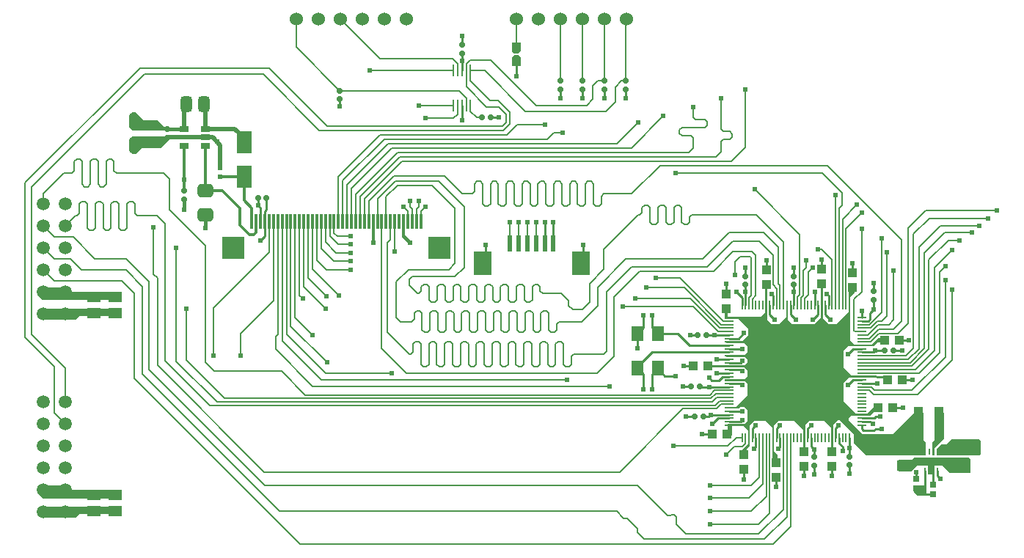
<source format=gbl>
G04 Layer_Physical_Order=4*
G04 Layer_Color=16711680*
%FSLAX24Y24*%
%MOIN*%
G70*
G01*
G75*
%ADD10C,0.0060*%
%ADD11C,0.0150*%
%ADD12C,0.0591*%
%ADD13C,0.0600*%
%ADD14C,0.0240*%
%ADD21R,0.0394X0.0433*%
G04:AMPARAMS|DCode=22|XSize=25.6mil|YSize=23.6mil|CornerRadius=5.9mil|HoleSize=0mil|Usage=FLASHONLY|Rotation=0.000|XOffset=0mil|YOffset=0mil|HoleType=Round|Shape=RoundedRectangle|*
%AMROUNDEDRECTD22*
21,1,0.0256,0.0118,0,0,0.0*
21,1,0.0138,0.0236,0,0,0.0*
1,1,0.0118,0.0069,-0.0059*
1,1,0.0118,-0.0069,-0.0059*
1,1,0.0118,-0.0069,0.0059*
1,1,0.0118,0.0069,0.0059*
%
%ADD22ROUNDEDRECTD22*%
%ADD23R,0.0256X0.0295*%
%ADD24R,0.0591X0.0512*%
G04:AMPARAMS|DCode=25|XSize=25.6mil|YSize=23.6mil|CornerRadius=5.9mil|HoleSize=0mil|Usage=FLASHONLY|Rotation=90.000|XOffset=0mil|YOffset=0mil|HoleType=Round|Shape=RoundedRectangle|*
%AMROUNDEDRECTD25*
21,1,0.0256,0.0118,0,0,90.0*
21,1,0.0138,0.0236,0,0,90.0*
1,1,0.0118,0.0059,0.0069*
1,1,0.0118,0.0059,-0.0069*
1,1,0.0118,-0.0059,-0.0069*
1,1,0.0118,-0.0059,0.0069*
%
%ADD25ROUNDEDRECTD25*%
%ADD26R,0.0197X0.0236*%
%ADD27R,0.0236X0.0197*%
%ADD28R,0.0669X0.0984*%
%ADD29R,0.0138X0.0709*%
%ADD30R,0.0126X0.0709*%
%ADD31R,0.0433X0.1260*%
%ADD32R,0.0097X0.0433*%
%ADD33R,0.0433X0.0097*%
%ADD34R,0.0433X0.0097*%
%ADD35R,0.0433X0.0256*%
%ADD36R,0.0236X0.0748*%
%ADD37R,0.0827X0.1102*%
%ADD38R,0.0098X0.0315*%
%ADD39R,0.0984X0.0354*%
%ADD40R,0.0551X0.0709*%
G04:AMPARAMS|DCode=41|XSize=70.9mil|YSize=51.2mil|CornerRadius=12.8mil|HoleSize=0mil|Usage=FLASHONLY|Rotation=270.000|XOffset=0mil|YOffset=0mil|HoleType=Round|Shape=RoundedRectangle|*
%AMROUNDEDRECTD41*
21,1,0.0709,0.0256,0,0,270.0*
21,1,0.0453,0.0512,0,0,270.0*
1,1,0.0256,-0.0128,-0.0226*
1,1,0.0256,-0.0128,0.0226*
1,1,0.0256,0.0128,0.0226*
1,1,0.0256,0.0128,-0.0226*
%
%ADD41ROUNDEDRECTD41*%
%ADD42O,0.0098X0.0571*%
%ADD43R,0.0433X0.0394*%
G04:AMPARAMS|DCode=44|XSize=70.9mil|YSize=63mil|CornerRadius=15.7mil|HoleSize=0mil|Usage=FLASHONLY|Rotation=180.000|XOffset=0mil|YOffset=0mil|HoleType=Round|Shape=RoundedRectangle|*
%AMROUNDEDRECTD44*
21,1,0.0709,0.0315,0,0,180.0*
21,1,0.0394,0.0630,0,0,180.0*
1,1,0.0315,-0.0197,0.0157*
1,1,0.0315,0.0197,0.0157*
1,1,0.0315,0.0197,-0.0157*
1,1,0.0315,-0.0197,-0.0157*
%
%ADD44ROUNDEDRECTD44*%
%ADD45C,0.0200*%
%ADD46C,0.0120*%
%ADD47C,0.0100*%
%ADD48C,0.0140*%
G36*
X42445Y6936D02*
X42005Y6496D01*
X42005Y6186D01*
X41905Y6186D01*
X41905Y6786D01*
X42015Y6896D01*
X42015Y8126D01*
X42445Y8126D01*
X42445Y6936D01*
X42445Y6936D02*
G37*
G36*
X44105Y6846D02*
X44105Y6246D01*
X44045Y6186D01*
X42105Y6186D01*
X42105Y6496D01*
X42305Y6696D01*
X42575Y6696D01*
X42785Y6906D01*
X44045Y6906D01*
X44105Y6846D01*
X44105Y6846D02*
G37*
G36*
X38377Y13559D02*
X38188Y13370D01*
X38188Y11417D01*
X38377Y11228D01*
X39148Y11228D01*
X39432Y11512D01*
X39732Y11512D01*
X39732Y11323D01*
X39423Y11323D01*
X39234Y11134D01*
X38062Y11134D01*
X37873Y10945D01*
X37873Y10189D01*
X38251Y9811D01*
X39370Y9811D01*
X39370Y9717D01*
X38094Y9717D01*
X37873Y9496D01*
X37873Y8646D01*
X38440Y8079D01*
X38944Y8079D01*
X39291Y8425D01*
X39354Y8425D01*
X39354Y8241D01*
X39327Y8241D01*
X39070Y7984D01*
X38220Y7984D01*
X38125Y7890D01*
X38125Y7795D01*
X38755Y7165D01*
X40125Y7165D01*
X41065Y8106D01*
X41495Y8106D01*
X41495Y6896D01*
X41605Y6786D01*
X41605Y6186D01*
X38905Y6186D01*
X38346Y6745D01*
X38346Y7165D01*
X37716Y7795D01*
X37621Y7795D01*
X37401Y7575D01*
X37401Y6220D01*
X37306Y6220D01*
X37306Y7449D01*
X36991Y7764D01*
X36314Y7764D01*
X36141Y7591D01*
X36141Y6220D01*
X36046Y6220D01*
X36046Y7354D01*
X35637Y7764D01*
X34944Y7764D01*
X34724Y7543D01*
X34724Y6378D01*
X34881Y6220D01*
X34881Y5980D01*
X34629Y5980D01*
X34629Y7449D01*
X34346Y7732D01*
X33810Y7732D01*
X33621Y7543D01*
X33621Y6630D01*
X33464Y6472D01*
X33464Y6283D01*
X33243Y6283D01*
X33243Y6409D01*
X33527Y6693D01*
X33527Y7323D01*
X33338Y7512D01*
X32802Y7512D01*
X32802Y7071D01*
X32613Y7071D01*
X32613Y7606D01*
X32688Y7606D01*
X33369Y7606D01*
X33495Y7732D01*
X33495Y8236D01*
X33361Y8370D01*
X33188Y8370D01*
X33117Y8299D01*
X32550Y8299D01*
X32550Y8394D01*
X32991Y8394D01*
X33495Y8898D01*
X33495Y9433D01*
X33369Y9559D01*
X32487Y9559D01*
X32487Y9654D01*
X33369Y9654D01*
X33495Y9780D01*
X33495Y10063D01*
X33369Y10189D01*
X31794Y10189D01*
X31794Y10283D01*
X33369Y10283D01*
X33495Y10409D01*
X33495Y10535D01*
X33369Y10661D01*
X32550Y10661D01*
X32550Y10756D01*
X33369Y10756D01*
X33495Y10882D01*
X33495Y11165D01*
X33369Y11291D01*
X32550Y11291D01*
X32550Y11386D01*
X33275Y11386D01*
X33527Y11638D01*
X33527Y11953D01*
X33086Y12394D01*
X32460Y12394D01*
X32460Y12750D01*
X32600Y12750D01*
X32600Y12488D01*
X34125Y12488D01*
X34314Y12677D01*
X34314Y13937D01*
X34409Y13937D01*
X34409Y12331D01*
X34598Y12142D01*
X34944Y12142D01*
X35259Y12457D01*
X35259Y13150D01*
X35354Y13150D01*
X35354Y12331D01*
X35543Y12142D01*
X36551Y12142D01*
X36834Y12425D01*
X36834Y13898D01*
X36928Y13898D01*
X36928Y12425D01*
X37212Y12142D01*
X37558Y12142D01*
X38094Y12677D01*
X38094Y13622D01*
X38188Y13717D01*
X38188Y13942D01*
X38377Y13942D01*
X38377Y13559D01*
X38377Y13559D02*
G37*
G36*
X43655Y6006D02*
X43655Y5426D01*
X43615Y5386D01*
X42695Y5386D01*
X42345Y5736D01*
X42335Y5726D01*
X42005Y5726D01*
X42005Y5316D01*
X41715Y5316D01*
X41715Y5726D01*
X41225Y5726D01*
X40955Y5456D01*
X40375Y5456D01*
X40375Y5966D01*
X40975Y5966D01*
X41095Y6086D01*
X43575Y6086D01*
X43655Y6006D01*
X43655Y6006D02*
G37*
G36*
X4921Y3500D02*
X3140Y3500D01*
X2990Y3350D01*
X1450Y3350D01*
X1450Y3840D01*
X4914Y3840D01*
X4921Y3847D01*
X4921Y3500D01*
X4921Y3500D02*
G37*
G36*
X2807Y4603D02*
X4921Y4603D01*
X4921Y4225D01*
X1475Y4225D01*
X1230Y4470D01*
X1230Y4670D01*
X1380Y4820D01*
X2590Y4820D01*
X2807Y4603D01*
X2807Y4603D02*
G37*
G36*
X41615Y4356D02*
X41235Y4356D01*
X41065Y4526D01*
X41065Y4806D01*
X41615Y4806D01*
X41615Y4356D01*
X41615Y4356D02*
G37*
G36*
X4921Y12510D02*
X3140Y12510D01*
X2990Y12360D01*
X1450Y12360D01*
X1450Y12850D01*
X4914Y12850D01*
X4921Y12857D01*
X4921Y12510D01*
X4921Y12510D02*
G37*
G36*
X6062Y21423D02*
X6692Y21423D01*
X7007Y21108D01*
X7133Y21108D01*
X7133Y20950D01*
X5558Y20950D01*
X5401Y21108D01*
X5401Y21612D01*
X5558Y21769D01*
X5716Y21769D01*
X6062Y21423D01*
X6062Y21423D02*
G37*
G36*
X23190Y24295D02*
X22810Y24295D01*
X22900Y24385D01*
X23100Y24385D01*
X23190Y24295D01*
X23190Y24295D02*
G37*
G36*
X23100Y24445D02*
X22900Y24445D01*
X22810Y24535D01*
X23190Y24535D01*
X23100Y24445D01*
X23100Y24445D02*
G37*
G36*
X7228Y20541D02*
X6850Y20163D01*
X5999Y20163D01*
X5716Y19879D01*
X5558Y19879D01*
X5401Y20037D01*
X5401Y20509D01*
X5558Y20667D01*
X6629Y20667D01*
X6661Y20698D01*
X7228Y20698D01*
X7228Y20541D01*
X7228Y20541D02*
G37*
G36*
X2807Y13613D02*
X4921Y13613D01*
X4921Y13235D01*
X1475Y13235D01*
X1230Y13480D01*
X1230Y13680D01*
X1380Y13830D01*
X2590Y13830D01*
X2807Y13613D01*
X2807Y13613D02*
G37*
G36*
X10631Y15119D02*
X9647Y15119D01*
X9647Y16104D01*
X10631Y16104D01*
X10631Y15119D01*
X10631Y15119D02*
G37*
G36*
X20001Y15119D02*
X19017Y15119D01*
X19017Y16104D01*
X20001Y16104D01*
X20001Y15119D01*
X20001Y15119D02*
G37*
D10*
X5090Y14100D02*
X5640Y13550D01*
X2000Y14100D02*
X5090Y14100D01*
X1500Y14600D02*
X2000Y14100D01*
X17800Y19550D02*
X32770Y19550D01*
X16103Y17853D02*
X17800Y19550D01*
X16103Y16812D02*
X16103Y17853D01*
X20140Y21500D02*
X20333Y21693D01*
X18814Y21500D02*
X20140Y21500D01*
X33830Y18270D02*
X35889Y16211D01*
X17350Y20150D02*
X28230Y20150D01*
X15513Y18313D02*
X17350Y20150D01*
X17170Y20350D02*
X27590Y20350D01*
X15316Y18496D02*
X17170Y20350D01*
X17000Y20550D02*
X24410Y20550D01*
X15119Y18669D02*
X17000Y20550D01*
X14922Y18847D02*
X16825Y20750D01*
X22410Y20950D02*
X22710Y21250D01*
X14050Y20950D02*
X22410Y20950D01*
X11500Y23500D02*
X14050Y20950D01*
X22360Y21150D02*
X22540Y21330D01*
X14400Y21150D02*
X22360Y21150D01*
X11760Y23790D02*
X14400Y21150D01*
X22710Y21250D02*
X22710Y21790D01*
X22170Y22330D02*
X22710Y21790D01*
X21810Y22330D02*
X22170Y22330D01*
X40821Y10551D02*
X41300Y11030D01*
X38712Y10551D02*
X40821Y10551D01*
X40895Y10394D02*
X41550Y11048D01*
X38712Y10394D02*
X40895Y10394D01*
X40986Y10236D02*
X41750Y11000D01*
X38712Y10236D02*
X40986Y10236D01*
X41129Y10079D02*
X42000Y10950D01*
X38712Y10079D02*
X41129Y10079D01*
X39290Y9140D02*
X40990Y9140D01*
X39139Y9291D02*
X39290Y9140D01*
X38712Y9291D02*
X39139Y9291D01*
X39230Y8950D02*
X41250Y8950D01*
X39046Y9134D02*
X39230Y8950D01*
X38712Y9134D02*
X39046Y9134D01*
X40150Y12340D02*
X40150Y14598D01*
X39930Y12120D02*
X40150Y12340D01*
X40329Y11709D02*
X40810Y12190D01*
X39850Y12500D02*
X39850Y15400D01*
X39620Y12270D02*
X39850Y12500D01*
X39458Y12120D02*
X39930Y12120D01*
X39488Y11709D02*
X40329Y11709D01*
X38991Y11654D02*
X39458Y12120D01*
X39117Y11339D02*
X39488Y11709D01*
X30442Y14250D02*
X32409Y12283D01*
X29350Y14250D02*
X30442Y14250D01*
X30640Y13800D02*
X32314Y12126D01*
X28900Y13800D02*
X30640Y13800D01*
X33417Y6709D02*
X33417Y6988D01*
X33279Y6571D02*
X33417Y6709D01*
X32921Y6571D02*
X33279Y6571D01*
X32677Y11170D02*
X32688Y11181D01*
X11773Y15413D02*
X11773Y16812D01*
X11969Y13219D02*
X11969Y16812D01*
X12560Y11670D02*
X12560Y16812D01*
X12757Y12053D02*
X12757Y16812D01*
X13151Y13449D02*
X13151Y16812D01*
X13347Y13853D02*
X14350Y12850D01*
X13347Y13853D02*
X13347Y16812D01*
X13544Y14256D02*
X14380Y13420D01*
X13544Y14256D02*
X13544Y16812D01*
X13741Y14659D02*
X14950Y13450D01*
X13741Y14659D02*
X13741Y16812D01*
X13938Y15062D02*
X14370Y14630D01*
X13938Y15062D02*
X13938Y16812D01*
X41321Y9921D02*
X42250Y10850D01*
X38712Y9921D02*
X41321Y9921D01*
X42500Y10650D02*
X42500Y14150D01*
X40990Y9140D02*
X42500Y10650D01*
X42800Y10500D02*
X42800Y13700D01*
X41250Y8950D02*
X42800Y10500D01*
X14922Y16812D02*
X14922Y18847D01*
X15119Y16812D02*
X15119Y18669D01*
X15316Y16812D02*
X15316Y18496D01*
X15513Y16812D02*
X15513Y18313D01*
X17481Y15448D02*
X17481Y16812D01*
X35889Y13496D02*
X35889Y16211D01*
X33180Y15230D02*
X33620Y15230D01*
X28400Y13300D02*
X30920Y13300D01*
X32251Y11968D01*
X27850Y12950D02*
X31049Y12950D01*
X37668Y17419D02*
X37800Y17550D01*
X37826Y13012D02*
X37826Y16926D01*
X37983Y16483D02*
X38700Y17200D01*
X38700Y13630D02*
X38700Y16490D01*
X38346Y13276D02*
X38700Y13630D01*
X31049Y12950D02*
X32188Y11811D01*
X33620Y15230D02*
X33684Y15166D01*
X33684Y13465D02*
X33684Y15166D01*
X33574Y13354D02*
X33684Y13465D01*
X31800Y3050D02*
X34018Y3050D01*
X34519Y3551D01*
X34519Y6988D01*
X35464Y2954D02*
X35464Y6988D01*
X34660Y2150D02*
X35464Y2954D01*
X31800Y3650D02*
X33681Y3650D01*
X34361Y4331D01*
X31800Y4250D02*
X33572Y4250D01*
X34204Y4882D01*
X32550Y6200D02*
X32921Y6571D01*
X32062Y8976D02*
X32688Y8976D01*
X31857Y8772D02*
X32062Y8976D01*
X32125Y8819D02*
X32688Y8819D01*
X31920Y8614D02*
X32125Y8819D01*
X37511Y13012D02*
X37511Y18000D01*
X37668Y13012D02*
X37668Y17419D01*
X37983Y13012D02*
X37983Y16483D01*
X40724Y10709D02*
X41054Y11039D01*
X34204Y4882D02*
X34204Y6988D01*
X36172Y14724D02*
X36172Y15039D01*
X36046Y14598D02*
X36172Y14724D01*
X36046Y13465D02*
X36046Y14598D01*
X36267Y14504D02*
X36487Y14724D01*
X36267Y13496D02*
X36267Y14504D01*
X36094Y13323D02*
X36267Y13496D01*
X34361Y4331D02*
X34361Y6988D01*
X32314Y8504D02*
X32688Y8504D01*
X32109Y8299D02*
X32314Y8504D01*
X32409Y12283D02*
X32688Y12283D01*
X32314Y12126D02*
X32688Y12126D01*
X32251Y11968D02*
X32688Y11968D01*
X32188Y11811D02*
X32688Y11811D01*
X33732Y13291D02*
X33873Y13433D01*
X33732Y13012D02*
X33732Y13291D01*
X33574Y13012D02*
X33574Y13354D01*
X36094Y13012D02*
X36094Y13323D01*
X35936Y13354D02*
X36046Y13465D01*
X35936Y13012D02*
X35936Y13354D01*
X35779Y13386D02*
X35889Y13496D01*
X35779Y13012D02*
X35779Y13386D01*
X29452Y11654D02*
X29452Y11717D01*
X28507Y10142D02*
X28507Y10205D01*
X38712Y10709D02*
X40724Y10709D01*
X38712Y11339D02*
X39117Y11339D01*
X38712Y11654D02*
X38991Y11654D01*
X38393Y11811D02*
X38712Y11811D01*
X38346Y11858D02*
X38393Y11811D01*
X38346Y11858D02*
X38346Y13276D01*
X41054Y11039D02*
X41054Y16233D01*
X41300Y11030D02*
X41300Y15640D01*
X41550Y11048D02*
X41550Y15390D01*
X41750Y11000D02*
X41750Y15070D01*
X18072Y16812D02*
X18072Y17274D01*
X17860Y17485D02*
X18072Y17274D01*
X18160Y17475D02*
X18160Y17735D01*
X18160Y17475D02*
X18269Y17367D01*
X18269Y16812D02*
X18269Y17367D01*
X18466Y16812D02*
X18466Y17367D01*
X18574Y17475D01*
X18574Y17735D01*
X27990Y23200D02*
X27990Y25990D01*
X27000Y23200D02*
X27000Y26000D01*
X26000Y23200D02*
X26000Y26000D01*
X25000Y23200D02*
X25000Y26000D01*
X13000Y24750D02*
X13000Y26000D01*
X23000Y24750D02*
X23000Y26000D01*
X18662Y17274D02*
X18874Y17485D01*
X18662Y16812D02*
X18662Y17274D01*
X38712Y11968D02*
X39092Y11968D01*
X39394Y12270D01*
X39620Y12270D01*
X39600Y12676D02*
X39600Y16050D01*
X38712Y12126D02*
X39050Y12126D01*
X39600Y12676D01*
X20924Y21826D02*
X20924Y22073D01*
X20924Y21826D02*
X21200Y21550D01*
X21450Y21550D01*
X20333Y23667D02*
X20333Y23967D01*
X20100Y24200D02*
X20333Y23967D01*
X16800Y24200D02*
X20100Y24200D01*
X15000Y26000D02*
X16800Y24200D01*
X16350Y23667D02*
X20136Y23667D01*
X20333Y21693D02*
X20333Y22073D01*
X18574Y22073D02*
X20136Y22073D01*
X13000Y24750D02*
X14990Y22760D01*
X20395Y22760D01*
X20727Y22428D01*
X20727Y22073D02*
X20727Y22428D01*
X20727Y23667D02*
X20727Y23987D01*
X20900Y24160D01*
X21830Y24160D01*
X23900Y22090D01*
X26210Y22090D01*
X26490Y22370D01*
X26490Y22980D01*
X26710Y23200D01*
X27000Y23200D01*
X20924Y23667D02*
X21583Y23667D01*
X23424Y21826D01*
X27086Y21826D01*
X27500Y22240D01*
X27500Y22920D01*
X27780Y23200D01*
X27990Y23200D01*
X20727Y22933D02*
X20727Y23667D01*
X20727Y22933D02*
X21640Y22020D01*
X22200Y22020D01*
X22540Y21680D01*
X22540Y21330D02*
X22540Y21680D01*
X5900Y23790D02*
X11760Y23790D01*
X20924Y23216D02*
X20924Y23667D01*
X20924Y23216D02*
X21810Y22330D01*
X6100Y23500D02*
X11500Y23500D01*
X680Y11540D02*
X2000Y10220D01*
X680Y11540D02*
X680Y18570D01*
X5900Y23790D01*
X970Y11685D02*
X2500Y10155D01*
X970Y11685D02*
X970Y18370D01*
X6100Y23500D01*
X2000Y8100D02*
X2000Y10220D01*
X2000Y8100D02*
X2500Y7600D01*
X2500Y8600D02*
X2500Y10155D01*
X31800Y4800D02*
X33670Y4800D01*
X34046Y5176D01*
X34046Y6988D01*
X36890Y15550D02*
X37354Y15086D01*
X37354Y13012D02*
X37354Y15086D01*
X33873Y13433D02*
X33873Y15267D01*
X33700Y15440D02*
X33873Y15267D01*
X28610Y14560D02*
X31960Y14560D01*
X32840Y15440D01*
X33700Y15440D01*
X16891Y11039D02*
X16891Y16812D01*
X16891Y11039D02*
X18020Y9910D01*
X27448Y13398D02*
X28610Y14560D01*
X18020Y9910D02*
X26660Y9910D01*
X27448Y10697D01*
X27448Y13398D01*
X33003Y6988D02*
X33259Y6988D01*
X32615Y6600D02*
X33003Y6988D01*
X30130Y6600D02*
X32615Y6600D01*
X32940Y14990D02*
X33180Y15230D01*
X32940Y14380D02*
X32940Y14990D01*
X16694Y16812D02*
X16694Y17844D01*
X17500Y18650D01*
X19480Y18650D01*
X20640Y17490D01*
X20640Y14730D02*
X20640Y17490D01*
X20210Y14300D02*
X20640Y14730D01*
X18280Y14300D02*
X20210Y14300D01*
X18150Y14170D02*
X18280Y14300D01*
X18150Y13910D02*
X18150Y14170D01*
X18150Y13910D02*
X18510Y13550D01*
X18582Y13550D01*
X18690Y13658D01*
X18690Y13842D01*
X18798Y13950D01*
X18942Y13950D01*
X19050Y13842D01*
X19050Y13550D02*
X19050Y13842D01*
X19050Y13258D02*
X19050Y13550D01*
X19050Y13258D02*
X19158Y13150D01*
X19302Y13150D01*
X19410Y13258D01*
X19410Y13550D01*
X19410Y13842D01*
X19518Y13950D01*
X19662Y13950D01*
X19770Y13842D01*
X19770Y13550D02*
X19770Y13842D01*
X19770Y13258D02*
X19770Y13550D01*
X19770Y13258D02*
X19878Y13150D01*
X20022Y13150D01*
X20130Y13258D01*
X20130Y13550D01*
X20130Y13842D01*
X20238Y13950D01*
X20382Y13950D01*
X20490Y13842D01*
X20490Y13550D02*
X20490Y13842D01*
X20490Y13258D02*
X20490Y13550D01*
X20490Y13258D02*
X20598Y13150D01*
X20742Y13150D01*
X20850Y13258D01*
X20850Y13550D01*
X20850Y13842D01*
X20958Y13950D01*
X21102Y13950D01*
X21210Y13842D01*
X21210Y13550D02*
X21210Y13842D01*
X21210Y13258D02*
X21210Y13550D01*
X21210Y13258D02*
X21318Y13150D01*
X21462Y13150D01*
X21570Y13258D01*
X21570Y13550D01*
X21570Y13842D01*
X21678Y13950D01*
X21822Y13950D01*
X21930Y13842D01*
X21930Y13550D02*
X21930Y13842D01*
X21930Y13258D02*
X21930Y13550D01*
X21930Y13258D02*
X22038Y13150D01*
X22182Y13150D01*
X22290Y13258D01*
X22290Y13550D01*
X22290Y13842D01*
X22398Y13950D01*
X22542Y13950D01*
X22650Y13842D01*
X22650Y13550D02*
X22650Y13842D01*
X22650Y13258D02*
X22650Y13550D01*
X22650Y13258D02*
X22758Y13150D01*
X22902Y13150D01*
X23010Y13258D01*
X23010Y13550D01*
X23010Y13842D01*
X23118Y13950D01*
X23262Y13950D01*
X23370Y13842D01*
X23370Y13550D02*
X23370Y13842D01*
X23370Y13258D02*
X23370Y13550D01*
X23370Y13258D02*
X23478Y13150D01*
X23622Y13150D01*
X23730Y13258D01*
X23730Y13550D01*
X23730Y13842D01*
X23838Y13950D01*
X23982Y13950D01*
X24090Y13842D01*
X24090Y13658D02*
X24090Y13842D01*
X24090Y13658D02*
X24198Y13550D01*
X24450Y13550D01*
X24480Y13550D01*
X25040Y13550D01*
X17088Y16812D02*
X17088Y17938D01*
X17610Y18460D01*
X19160Y18460D01*
X20210Y17410D01*
X20210Y14900D02*
X20210Y17410D01*
X19930Y14620D02*
X20210Y14900D01*
X18100Y14620D02*
X19930Y14620D01*
X17550Y14070D02*
X18100Y14620D01*
X17550Y12450D02*
X17550Y14070D01*
X17550Y12450D02*
X17740Y12260D01*
X18180Y12260D01*
X18252Y12260D01*
X18360Y12368D01*
X18360Y12638D01*
X18468Y12746D01*
X18612Y12746D01*
X18720Y12638D01*
X18720Y12260D02*
X18720Y12638D01*
X18720Y11882D02*
X18720Y12260D01*
X18720Y11882D02*
X18828Y11774D01*
X18972Y11774D01*
X19080Y11882D01*
X19080Y12260D01*
X19080Y12638D01*
X19188Y12746D01*
X19332Y12746D01*
X19440Y12638D01*
X19440Y12260D02*
X19440Y12638D01*
X19440Y11882D02*
X19440Y12260D01*
X19440Y11882D02*
X19548Y11774D01*
X19692Y11774D01*
X19800Y11882D01*
X19800Y12260D01*
X19800Y12638D01*
X19908Y12746D01*
X20052Y12746D01*
X20160Y12638D01*
X20160Y12260D02*
X20160Y12638D01*
X20160Y11882D02*
X20160Y12260D01*
X20160Y11882D02*
X20268Y11774D01*
X20412Y11774D01*
X20520Y11882D01*
X20520Y12260D01*
X20520Y12638D01*
X20628Y12746D01*
X20772Y12746D01*
X20880Y12638D01*
X20880Y12260D02*
X20880Y12638D01*
X20880Y11882D02*
X20880Y12260D01*
X20880Y11882D02*
X20988Y11774D01*
X21132Y11774D01*
X21240Y11882D01*
X21240Y12260D01*
X21240Y12638D01*
X21348Y12746D01*
X21492Y12746D01*
X21600Y12638D01*
X21600Y12260D02*
X21600Y12638D01*
X21600Y11882D02*
X21600Y12260D01*
X21600Y11882D02*
X21708Y11774D01*
X21852Y11774D01*
X21960Y11882D01*
X21960Y12260D01*
X21960Y12638D01*
X22068Y12746D01*
X22212Y12746D01*
X22320Y12638D01*
X22320Y12260D02*
X22320Y12638D01*
X22320Y11882D02*
X22320Y12260D01*
X22320Y11882D02*
X22428Y11774D01*
X22572Y11774D01*
X22680Y11882D01*
X22680Y12260D01*
X22680Y12638D01*
X22788Y12746D01*
X22932Y12746D01*
X23040Y12638D01*
X23040Y12260D02*
X23040Y12638D01*
X23040Y11882D02*
X23040Y12260D01*
X23040Y11882D02*
X23148Y11774D01*
X23292Y11774D01*
X23400Y11882D01*
X23400Y12260D01*
X23400Y12638D01*
X23508Y12746D01*
X23652Y12746D01*
X23760Y12638D01*
X23760Y12260D02*
X23760Y12638D01*
X23760Y11882D02*
X23760Y12260D01*
X23760Y11882D02*
X23868Y11774D01*
X24012Y11774D01*
X24120Y11882D01*
X24120Y12260D01*
X24120Y12638D01*
X24228Y12746D01*
X24372Y12746D01*
X24480Y12638D01*
X24480Y12260D02*
X24480Y12638D01*
X24480Y11882D02*
X24480Y12260D01*
X24480Y11882D02*
X24588Y11774D01*
X24732Y11774D01*
X24840Y11882D01*
X24840Y12152D01*
X24948Y12260D01*
X25190Y12260D01*
X25600Y12260D01*
X25990Y12260D01*
X26710Y12980D01*
X26710Y13830D01*
X27980Y15100D01*
X31460Y15100D01*
X32670Y16310D01*
X34257Y16310D01*
X34920Y15647D01*
X34920Y13993D02*
X34920Y15647D01*
X34920Y13993D02*
X34991Y13921D01*
X34991Y13012D02*
X34991Y13921D01*
X17284Y15981D02*
X17284Y16812D01*
X17140Y15837D02*
X17284Y15981D01*
X17140Y11770D02*
X17140Y15837D01*
X17140Y11770D02*
X18130Y10780D01*
X18202Y10780D01*
X18310Y10888D01*
X18310Y11247D01*
X18418Y11355D01*
X18562Y11355D01*
X18670Y11247D01*
X18670Y10780D02*
X18670Y11247D01*
X18670Y10313D02*
X18670Y10780D01*
X18670Y10313D02*
X18778Y10205D01*
X18922Y10205D01*
X19030Y10313D01*
X19030Y10780D01*
X19030Y11247D01*
X19138Y11355D01*
X19282Y11355D01*
X19390Y11247D01*
X19390Y10780D02*
X19390Y11247D01*
X19390Y10313D02*
X19390Y10780D01*
X19390Y10313D02*
X19498Y10205D01*
X19642Y10205D01*
X19750Y10313D01*
X19750Y10780D01*
X19750Y11247D01*
X19858Y11355D01*
X20002Y11355D01*
X20110Y11247D01*
X20110Y10780D02*
X20110Y11247D01*
X20110Y10313D02*
X20110Y10780D01*
X20110Y10313D02*
X20218Y10205D01*
X20362Y10205D01*
X20470Y10313D01*
X20470Y10780D01*
X20470Y11247D01*
X20578Y11355D01*
X20722Y11355D01*
X20830Y11247D01*
X20830Y10780D02*
X20830Y11247D01*
X20830Y10313D02*
X20830Y10780D01*
X20830Y10313D02*
X20938Y10205D01*
X21082Y10205D01*
X21190Y10313D01*
X21190Y10780D01*
X21190Y11247D01*
X21298Y11355D01*
X21442Y11355D01*
X21550Y11247D01*
X21550Y10780D02*
X21550Y11247D01*
X21550Y10313D02*
X21550Y10780D01*
X21550Y10313D02*
X21658Y10205D01*
X21802Y10205D01*
X21910Y10313D01*
X21910Y10780D01*
X21910Y11247D01*
X22018Y11355D01*
X22162Y11355D01*
X22270Y11247D01*
X22270Y10780D02*
X22270Y11247D01*
X22270Y10313D02*
X22270Y10780D01*
X22270Y10313D02*
X22378Y10205D01*
X22522Y10205D01*
X22630Y10313D01*
X22630Y10780D01*
X22630Y11247D01*
X22738Y11355D01*
X22882Y11355D01*
X22990Y11247D01*
X22990Y10780D02*
X22990Y11247D01*
X22990Y10313D02*
X22990Y10780D01*
X22990Y10313D02*
X23098Y10205D01*
X23242Y10205D01*
X23350Y10313D01*
X23350Y10780D01*
X23350Y11247D01*
X23458Y11355D01*
X23602Y11355D01*
X23710Y11247D01*
X23710Y10780D02*
X23710Y11247D01*
X23710Y10313D02*
X23710Y10780D01*
X23710Y10313D02*
X23818Y10205D01*
X23962Y10205D01*
X24070Y10313D01*
X24070Y10780D01*
X24070Y11247D01*
X24178Y11355D01*
X24322Y11355D01*
X24430Y11247D01*
X24430Y10780D02*
X24430Y11247D01*
X24430Y10313D02*
X24430Y10780D01*
X24430Y10313D02*
X24538Y10205D01*
X24682Y10205D01*
X24790Y10313D01*
X24790Y10780D01*
X24790Y11247D01*
X24898Y11355D01*
X25042Y11355D01*
X25150Y11247D01*
X25150Y10780D02*
X25150Y11247D01*
X25150Y10313D02*
X25150Y10780D01*
X25150Y10313D02*
X25258Y10205D01*
X25402Y10205D01*
X25510Y10313D01*
X25510Y10672D01*
X25618Y10780D01*
X26440Y10780D01*
X26960Y10780D01*
X27095Y10915D01*
X27095Y13605D01*
X28240Y14750D01*
X31669Y14750D01*
X32839Y15920D01*
X34030Y15920D01*
X34661Y15289D01*
X34661Y13937D02*
X34661Y15289D01*
X34661Y13937D02*
X34834Y13764D01*
X34834Y13012D02*
X34834Y13764D01*
X13151Y13449D02*
X13300Y13300D01*
X22717Y15828D02*
X22717Y16775D01*
X23111Y15828D02*
X23111Y16775D01*
X23505Y15828D02*
X23505Y16775D01*
X23898Y15828D02*
X23898Y16775D01*
X14725Y16287D02*
X14725Y16812D01*
X14725Y16287D02*
X14863Y16150D01*
X15480Y16150D01*
X14528Y16151D02*
X14528Y16812D01*
X14528Y16151D02*
X14910Y15770D01*
X37800Y17550D02*
X37800Y18120D01*
X14332Y15868D02*
X14332Y16812D01*
X14332Y15868D02*
X14810Y15390D01*
X15480Y15390D01*
X37826Y16926D02*
X38490Y17590D01*
X14135Y15575D02*
X14135Y16812D01*
X14135Y15575D02*
X14700Y15010D01*
X14910Y15770D02*
X15480Y15770D01*
X14700Y15010D02*
X15480Y15010D01*
X14370Y14630D02*
X15480Y14630D01*
X12166Y11688D02*
X12166Y16812D01*
X13750Y9320D02*
X27240Y9320D01*
X12070Y11000D02*
X13750Y9320D01*
X12070Y11000D02*
X12070Y11591D01*
X12166Y11688D01*
X36696Y15550D02*
X36890Y15550D01*
X12363Y11377D02*
X12363Y16812D01*
X12363Y11377D02*
X14130Y9610D01*
X25320Y9610D01*
X12560Y11670D02*
X14330Y9900D01*
X12757Y12053D02*
X14395Y10415D01*
X12954Y12436D02*
X12954Y16812D01*
X12954Y12436D02*
X13750Y11640D01*
X14330Y9900D02*
X17350Y9900D01*
X9230Y10710D02*
X9230Y12870D01*
X11773Y15413D01*
X10480Y11730D02*
X11969Y13219D01*
X10480Y10710D02*
X10480Y11730D01*
X30250Y19000D02*
X36920Y19000D01*
X37800Y18120D01*
X25040Y13550D02*
X25380Y13210D01*
X25380Y12990D02*
X25380Y13210D01*
X25380Y12990D02*
X25567Y12803D01*
X26000Y12803D01*
X26340Y13143D01*
X26340Y13990D01*
X26983Y14633D01*
X26983Y15562D01*
X28540Y17120D01*
X28612Y17120D01*
X28720Y17228D01*
X28720Y17451D01*
X28828Y17559D01*
X28972Y17559D01*
X29080Y17451D01*
X29080Y17120D02*
X29080Y17451D01*
X29080Y16789D02*
X29080Y17120D01*
X29080Y16789D02*
X29188Y16681D01*
X29332Y16681D01*
X29440Y16789D01*
X29440Y17120D01*
X29440Y17451D01*
X29548Y17559D01*
X29692Y17559D01*
X29800Y17451D01*
X29800Y17120D02*
X29800Y17451D01*
X29800Y16789D02*
X29800Y17120D01*
X29800Y16789D02*
X29908Y16681D01*
X30052Y16681D01*
X30160Y16789D01*
X30160Y17120D01*
X30160Y17451D01*
X30268Y17559D01*
X30412Y17559D01*
X30520Y17451D01*
X30520Y17120D02*
X30520Y17451D01*
X30520Y16789D02*
X30520Y17120D01*
X30520Y16789D02*
X30628Y16681D01*
X30772Y16681D01*
X30880Y16789D01*
X30880Y17012D01*
X30988Y17120D01*
X33270Y17120D01*
X33900Y17120D01*
X35149Y15871D01*
X35149Y13012D02*
X35149Y15871D01*
X16825Y20750D02*
X22590Y20750D01*
X42250Y10850D02*
X42250Y14530D01*
X42500Y14780D01*
X22590Y20750D02*
X23050Y21210D01*
X24292Y21210D01*
X42000Y10950D02*
X42000Y14700D01*
X42800Y15500D01*
X24410Y20550D02*
X24720Y20860D01*
X25100Y20860D01*
X41750Y15070D02*
X42630Y15950D01*
X43150Y15950D01*
X27590Y20350D02*
X28545Y21305D01*
X41550Y15390D02*
X42460Y16300D01*
X43700Y16300D01*
X28230Y20150D02*
X29681Y21601D01*
X41300Y15640D02*
X42260Y16600D01*
X44050Y16600D01*
X15710Y16812D02*
X15710Y18060D01*
X17600Y19950D01*
X30840Y19950D01*
X31050Y20160D01*
X31050Y20310D01*
X31050Y20542D02*
X31050Y20614D01*
X30942Y20722D02*
X31050Y20614D01*
X30529Y20722D02*
X30942Y20722D01*
X30420Y20830D02*
X30529Y20722D01*
X30420Y20830D02*
X30420Y20974D01*
X30529Y21082D01*
X31050Y21082D01*
X31572Y21082D01*
X31680Y21190D01*
X31680Y21334D01*
X31572Y21442D02*
X31680Y21334D01*
X31158Y21442D02*
X31572Y21442D01*
X31050Y21550D02*
X31158Y21442D01*
X31050Y21550D02*
X31050Y21826D01*
X31050Y20310D02*
X31050Y20542D01*
X31050Y21826D02*
X31050Y22000D01*
X41054Y16233D02*
X41771Y16950D01*
X44450Y16950D01*
X15906Y16812D02*
X15906Y17956D01*
X17700Y19750D01*
X32080Y19750D01*
X32300Y19970D01*
X32300Y21008D02*
X32300Y21080D01*
X32300Y21008D02*
X32408Y20900D01*
X32705Y20900D01*
X32813Y20792D01*
X32813Y20648D02*
X32813Y20792D01*
X32705Y20540D02*
X32813Y20648D01*
X32408Y20540D02*
X32705Y20540D01*
X32300Y20432D02*
X32408Y20540D01*
X32300Y20040D02*
X32300Y20432D01*
X32300Y19970D02*
X32300Y20040D01*
X32300Y21080D02*
X32300Y22400D01*
X32770Y19550D02*
X33417Y20197D01*
X33417Y22830D01*
X40810Y12190D02*
X40810Y16510D01*
X41600Y17300D01*
X44850Y17300D01*
X16300Y16812D02*
X16300Y17750D01*
X17430Y18880D01*
X19730Y18880D01*
X20540Y18070D01*
X20930Y18070D02*
X21002Y18070D01*
X21110Y18178D01*
X21110Y18529D01*
X21218Y18637D01*
X21362Y18637D01*
X21470Y18529D01*
X21470Y18070D02*
X21470Y18529D01*
X21470Y17611D02*
X21470Y18070D01*
X21470Y17611D02*
X21578Y17503D01*
X21722Y17503D01*
X21830Y17611D01*
X21830Y18070D01*
X21830Y18529D01*
X21938Y18637D01*
X22082Y18637D01*
X22190Y18529D01*
X22190Y18070D02*
X22190Y18529D01*
X22190Y17611D02*
X22190Y18070D01*
X22190Y17611D02*
X22298Y17503D01*
X22442Y17503D01*
X22550Y17611D01*
X22550Y18070D01*
X22550Y18529D01*
X22658Y18637D01*
X22802Y18637D01*
X22910Y18529D01*
X22910Y18070D02*
X22910Y18529D01*
X22910Y17611D02*
X22910Y18070D01*
X22910Y17611D02*
X23018Y17503D01*
X23162Y17503D01*
X23270Y17611D01*
X23270Y18070D01*
X23270Y18529D01*
X23378Y18637D01*
X23522Y18637D01*
X23630Y18529D01*
X23630Y18070D02*
X23630Y18529D01*
X23630Y17611D02*
X23630Y18070D01*
X23630Y17611D02*
X23738Y17503D01*
X23882Y17503D01*
X23990Y17611D01*
X23990Y18070D01*
X23990Y18529D01*
X24098Y18637D01*
X24242Y18637D01*
X24350Y18529D01*
X24350Y18070D02*
X24350Y18529D01*
X24350Y17611D02*
X24350Y18070D01*
X24350Y17611D02*
X24458Y17503D01*
X24602Y17503D01*
X24710Y17611D01*
X24710Y18070D01*
X24710Y18529D01*
X24818Y18637D01*
X24962Y18637D01*
X25070Y18529D01*
X25070Y18070D02*
X25070Y18529D01*
X25070Y17611D02*
X25070Y18070D01*
X25070Y17611D02*
X25178Y17503D01*
X25322Y17503D01*
X25430Y17611D01*
X25430Y18070D01*
X25430Y18529D01*
X25538Y18637D01*
X25682Y18637D01*
X25790Y18529D01*
X25790Y18070D02*
X25790Y18529D01*
X25790Y17611D02*
X25790Y18070D01*
X25790Y17611D02*
X25898Y17503D01*
X26042Y17503D01*
X26150Y17611D01*
X26150Y18070D01*
X26150Y18529D01*
X26258Y18637D01*
X26402Y18637D01*
X26510Y18529D01*
X26510Y18070D02*
X26510Y18529D01*
X26510Y17611D02*
X26510Y18070D01*
X26510Y17611D02*
X26618Y17503D01*
X26762Y17503D01*
X26870Y17611D01*
X26870Y17962D01*
X26978Y18070D01*
X27470Y18070D01*
X20540Y18070D02*
X20930Y18070D01*
X27470Y18070D02*
X28250Y18070D01*
X29530Y19350D01*
X37130Y19350D01*
X40510Y15970D01*
X40510Y12290D02*
X40510Y15970D01*
X40140Y11920D02*
X40510Y12290D01*
X39478Y11920D02*
X40140Y11920D01*
X39054Y11496D02*
X39478Y11920D01*
X38712Y11496D02*
X39054Y11496D01*
X9748Y8772D02*
X31857Y8772D01*
X7550Y10460D02*
X7550Y15600D01*
X7550Y10460D02*
X9396Y8614D01*
X31920Y8614D01*
X6700Y10270D02*
X6700Y14250D01*
X5640Y9690D02*
X5640Y13550D01*
X5640Y9690D02*
X13180Y2150D01*
X34660Y2150D01*
X6700Y10270D02*
X11540Y5430D01*
X27720Y5430D01*
X30589Y8299D01*
X32109Y8299D01*
X2500Y16600D02*
X2970Y17070D01*
X3042Y17070D01*
X3150Y17178D01*
X3150Y17611D01*
X3258Y17719D01*
X3402Y17719D01*
X3510Y17611D01*
X3510Y17070D02*
X3510Y17611D01*
X3510Y16529D02*
X3510Y17070D01*
X3510Y16529D02*
X3618Y16421D01*
X3762Y16421D01*
X3870Y16529D01*
X3870Y17070D01*
X3870Y17611D01*
X3978Y17719D01*
X4122Y17719D01*
X4230Y17611D01*
X4230Y17070D02*
X4230Y17611D01*
X4230Y16529D02*
X4230Y17070D01*
X4230Y16529D02*
X4338Y16421D01*
X4482Y16421D01*
X4590Y16529D01*
X4590Y17070D01*
X4590Y17611D01*
X4698Y17719D01*
X4842Y17719D01*
X4950Y17611D01*
X4950Y17070D02*
X4950Y17611D01*
X4950Y16529D02*
X4950Y17070D01*
X4950Y16529D02*
X5058Y16421D01*
X5202Y16421D01*
X5310Y16529D01*
X5310Y17070D01*
X5310Y17611D01*
X5418Y17719D01*
X5562Y17719D01*
X5670Y17611D01*
X5670Y17178D02*
X5670Y17611D01*
X5670Y17178D02*
X5778Y17070D01*
X6400Y17070D01*
X6690Y17070D01*
X7050Y16710D01*
X7050Y10490D02*
X7050Y16710D01*
X7050Y10490D02*
X9083Y8457D01*
X32046Y8457D01*
X32251Y8661D01*
X32688Y8661D01*
X1500Y17600D02*
X1500Y18090D01*
X2430Y19020D01*
X2740Y19020D02*
X2812Y19020D01*
X2920Y19128D01*
X2920Y19538D01*
X3028Y19646D01*
X3172Y19646D01*
X3280Y19538D01*
X3280Y19020D02*
X3280Y19538D01*
X3280Y18502D02*
X3280Y19020D01*
X3280Y18502D02*
X3388Y18394D01*
X3532Y18394D01*
X3640Y18502D01*
X3640Y19020D01*
X3640Y19538D01*
X3748Y19646D01*
X3892Y19646D01*
X4000Y19538D01*
X4000Y19020D02*
X4000Y19538D01*
X4000Y18502D02*
X4000Y19020D01*
X4000Y18502D02*
X4108Y18394D01*
X4252Y18394D01*
X4360Y18502D01*
X4360Y19020D01*
X4360Y19538D01*
X4468Y19646D01*
X4612Y19646D01*
X4720Y19538D01*
X4720Y19128D02*
X4720Y19538D01*
X4720Y19128D02*
X4828Y19020D01*
X6420Y19020D01*
X2430Y19020D02*
X2740Y19020D01*
X6420Y19020D02*
X6960Y19020D01*
X7228Y18752D01*
X7228Y17342D02*
X7228Y18752D01*
X7228Y17342D02*
X8860Y15710D01*
X8860Y10420D02*
X8860Y15710D01*
X8860Y10420D02*
X9260Y10020D01*
X12330Y10020D01*
X13421Y8929D01*
X31794Y8929D01*
X31999Y9134D01*
X32688Y9134D01*
X6520Y14430D02*
X6700Y14250D01*
X6520Y14430D02*
X6520Y16540D01*
X8000Y10520D02*
X9748Y8772D01*
X8000Y10520D02*
X8000Y12853D01*
X1500Y16600D02*
X2000Y16100D01*
X2880Y16100D01*
X3850Y15130D01*
X5260Y15130D01*
X6300Y14090D01*
X6300Y10080D02*
X6300Y14090D01*
X6300Y10080D02*
X11580Y4800D01*
X28520Y4800D01*
X29816Y3504D02*
X29867Y3453D01*
X30020Y3453D01*
X30036Y3470D01*
X30189Y3470D01*
X30291Y3368D01*
X30291Y3215D02*
X30291Y3368D01*
X30274Y3199D02*
X30291Y3215D01*
X30274Y3199D02*
X30274Y3046D01*
X30580Y2740D01*
X28520Y4800D02*
X29816Y3504D01*
X30580Y2740D02*
X30720Y2600D01*
X34020Y2600D01*
X35149Y3729D01*
X35149Y6988D01*
X1500Y15600D02*
X2000Y15100D01*
X2740Y15100D01*
X3240Y14600D01*
X5260Y14600D01*
X6000Y13860D01*
X6000Y9880D02*
X6000Y13860D01*
X6000Y9880D02*
X12238Y3642D01*
X34280Y2370D02*
X35306Y3396D01*
X35306Y6988D01*
X12238Y3642D02*
X27560Y3642D01*
X27878Y3324D01*
X28046Y3324D01*
X28514Y2856D01*
X28514Y2666D02*
X28514Y2856D01*
X28514Y2666D02*
X28810Y2370D01*
X34280Y2370D01*
D11*
X17875Y16148D02*
X18164Y15859D01*
X7920Y17360D02*
X7920Y17816D01*
X7133Y21009D02*
X7920Y21009D01*
X8865Y16515D02*
X8865Y17108D01*
D12*
X2500Y8600D02*
D03*
X2500Y7600D02*
D03*
X2500Y6600D02*
D03*
X2500Y3600D02*
D03*
X2500Y4600D02*
D03*
X2500Y5600D02*
D03*
X1500Y5600D02*
D03*
X1500Y4600D02*
D03*
X1500Y3600D02*
D03*
X1500Y6600D02*
D03*
X1500Y7600D02*
D03*
X1500Y8600D02*
D03*
X2500Y17600D02*
D03*
X2500Y16600D02*
D03*
X2500Y15600D02*
D03*
X2500Y12600D02*
D03*
X2500Y13600D02*
D03*
X2500Y14600D02*
D03*
X1500Y14600D02*
D03*
X1500Y13600D02*
D03*
X1500Y12600D02*
D03*
X1500Y15600D02*
D03*
X1500Y16600D02*
D03*
X1500Y17600D02*
D03*
D13*
X28000Y26000D02*
D03*
X27000Y26000D02*
D03*
X26000Y26000D02*
D03*
X25000Y26000D02*
D03*
X24000Y26000D02*
D03*
X23000Y26000D02*
D03*
X18000Y26000D02*
D03*
X17000Y26000D02*
D03*
X16000Y26000D02*
D03*
X15000Y26000D02*
D03*
X14000Y26000D02*
D03*
X13000Y26000D02*
D03*
D14*
X7550Y15600D02*
D03*
X30910Y11654D02*
D03*
X31999Y11650D02*
D03*
X33000Y13610D02*
D03*
X39243Y12803D02*
D03*
X36529Y6462D02*
D03*
X39322Y10945D02*
D03*
X32102Y9921D02*
D03*
X31770Y9291D02*
D03*
X31840Y8031D02*
D03*
X38141Y6510D02*
D03*
X33873Y7543D02*
D03*
X34976Y7543D02*
D03*
X33275Y8189D02*
D03*
X11370Y15947D02*
D03*
X14350Y12850D02*
D03*
X13300Y13300D02*
D03*
X14950Y13450D02*
D03*
X42500Y14150D02*
D03*
X17481Y15448D02*
D03*
X29350Y14250D02*
D03*
X28900Y13800D02*
D03*
X28400Y13300D02*
D03*
X37511Y18000D02*
D03*
X38700Y17200D02*
D03*
X39600Y16050D02*
D03*
X39850Y15400D02*
D03*
X38700Y16490D02*
D03*
X40150Y14598D02*
D03*
X27850Y12950D02*
D03*
X42800Y13700D02*
D03*
X9407Y20440D02*
D03*
X9558Y19580D02*
D03*
X31800Y3050D02*
D03*
X31800Y4250D02*
D03*
X31800Y4800D02*
D03*
X32550Y6200D02*
D03*
X36393Y7543D02*
D03*
X16497Y15846D02*
D03*
X18164Y15859D02*
D03*
X36487Y14724D02*
D03*
X30130Y6600D02*
D03*
X31800Y3650D02*
D03*
X36172Y15039D02*
D03*
X28507Y11055D02*
D03*
X30255Y9780D02*
D03*
X7920Y17360D02*
D03*
X5558Y20509D02*
D03*
X5558Y20037D02*
D03*
X5558Y21139D02*
D03*
X5558Y21612D02*
D03*
X34913Y6472D02*
D03*
X33810Y6472D02*
D03*
X43955Y6746D02*
D03*
X43955Y6346D02*
D03*
X42755Y5576D02*
D03*
X42275Y5126D02*
D03*
X41165Y6656D02*
D03*
X41185Y5406D02*
D03*
X41145Y5906D02*
D03*
X35621Y13622D02*
D03*
X35606Y14724D02*
D03*
X39243Y14026D02*
D03*
X40537Y10945D02*
D03*
X38141Y5339D02*
D03*
X36530Y5313D02*
D03*
X30713Y7953D02*
D03*
X30563Y9300D02*
D03*
X33401Y14724D02*
D03*
X33417Y13622D02*
D03*
X37275Y12362D02*
D03*
X37117Y13528D02*
D03*
X35700Y12362D02*
D03*
X34755Y12362D02*
D03*
X34598Y13528D02*
D03*
X33338Y11732D02*
D03*
X33275Y11024D02*
D03*
X36566Y13622D02*
D03*
X32102Y10551D02*
D03*
X33275Y10472D02*
D03*
X33275Y10000D02*
D03*
X33275Y9370D02*
D03*
X33275Y7795D02*
D03*
X36487Y12362D02*
D03*
X38712Y12752D02*
D03*
X38062Y9370D02*
D03*
X39400Y9450D02*
D03*
X39540Y7953D02*
D03*
X39610Y7387D02*
D03*
X39196Y7606D02*
D03*
X38062Y10787D02*
D03*
X37653Y7543D02*
D03*
X26041Y15749D02*
D03*
X21592Y15749D02*
D03*
X17860Y17485D02*
D03*
X18160Y17735D02*
D03*
X18574Y17735D02*
D03*
X25000Y22425D02*
D03*
X26000Y22425D02*
D03*
X27000Y22425D02*
D03*
X27990Y22425D02*
D03*
X23000Y23400D02*
D03*
X18874Y17485D02*
D03*
X31918Y7612D02*
D03*
X41684Y5906D02*
D03*
X42046Y5909D02*
D03*
X11261Y17547D02*
D03*
X20530Y21420D02*
D03*
X20530Y24130D02*
D03*
X16350Y23667D02*
D03*
X18574Y22073D02*
D03*
X18874Y21500D02*
D03*
X22200Y21550D02*
D03*
X14990Y22050D02*
D03*
X20540Y25250D02*
D03*
X8865Y16515D02*
D03*
X37826Y6390D02*
D03*
X36078Y5240D02*
D03*
X34810Y4732D02*
D03*
X33350Y5092D02*
D03*
X31452Y7160D02*
D03*
X30602Y10236D02*
D03*
X32530Y13978D02*
D03*
X34361Y15055D02*
D03*
X36881Y15088D02*
D03*
X38283Y14917D02*
D03*
X40999Y9616D02*
D03*
X40850Y11417D02*
D03*
X40568Y8362D02*
D03*
X37354Y5240D02*
D03*
X32940Y14380D02*
D03*
X22717Y16775D02*
D03*
X23111Y16775D02*
D03*
X23505Y16775D02*
D03*
X23898Y16775D02*
D03*
X24292Y16775D02*
D03*
X33830Y18270D02*
D03*
X31760Y9710D02*
D03*
X15480Y16150D02*
D03*
X15480Y15770D02*
D03*
X15480Y15390D02*
D03*
X38490Y17590D02*
D03*
X15480Y15010D02*
D03*
X15480Y14630D02*
D03*
X13750Y11640D02*
D03*
X27240Y9320D02*
D03*
X25320Y9610D02*
D03*
X36696Y15550D02*
D03*
X17350Y9900D02*
D03*
X14395Y10415D02*
D03*
X9230Y10710D02*
D03*
X10480Y10710D02*
D03*
X30250Y19000D02*
D03*
X42500Y14780D02*
D03*
X24292Y21210D02*
D03*
X24686Y16775D02*
D03*
X42800Y15500D02*
D03*
X25100Y20860D02*
D03*
X28545Y21305D02*
D03*
X43150Y15950D02*
D03*
X43700Y16300D02*
D03*
X29681Y21601D02*
D03*
X44050Y16600D02*
D03*
X31050Y22000D02*
D03*
X44450Y16950D02*
D03*
X32300Y22400D02*
D03*
X33417Y22830D02*
D03*
X44850Y17300D02*
D03*
X14380Y13420D02*
D03*
X7920Y18710D02*
D03*
X8000Y12853D02*
D03*
X6520Y16540D02*
D03*
D21*
X23000Y24750D02*
D03*
X23000Y24081D02*
D03*
X32530Y12860D02*
D03*
X32530Y13529D02*
D03*
X34361Y13937D02*
D03*
X34361Y14606D02*
D03*
X36881Y13970D02*
D03*
X36881Y14639D02*
D03*
X33350Y6210D02*
D03*
X33350Y5541D02*
D03*
X34810Y5850D02*
D03*
X34810Y5181D02*
D03*
X36078Y6358D02*
D03*
X36078Y5689D02*
D03*
X37354Y6358D02*
D03*
X37354Y5689D02*
D03*
X38283Y13799D02*
D03*
X38283Y14468D02*
D03*
D22*
X26000Y23200D02*
D03*
X26000Y22806D02*
D03*
X27000Y23200D02*
D03*
X27000Y22806D02*
D03*
X27990Y23200D02*
D03*
X27990Y22806D02*
D03*
X7920Y17816D02*
D03*
X7920Y18210D02*
D03*
X39243Y13239D02*
D03*
X39243Y13632D02*
D03*
X33401Y13937D02*
D03*
X33401Y14331D02*
D03*
X36530Y6100D02*
D03*
X36530Y5706D02*
D03*
X38141Y6126D02*
D03*
X38141Y5732D02*
D03*
X35606Y13937D02*
D03*
X35606Y14331D02*
D03*
X25000Y22806D02*
D03*
X25000Y23200D02*
D03*
X20530Y24450D02*
D03*
X20530Y24844D02*
D03*
X14990Y22760D02*
D03*
X14990Y22366D02*
D03*
X42725Y6336D02*
D03*
X42725Y5942D02*
D03*
X7133Y21021D02*
D03*
X7133Y20627D02*
D03*
D23*
X41185Y4669D02*
D03*
X41185Y5102D02*
D03*
X41956Y4843D02*
D03*
X41956Y4410D02*
D03*
D24*
X40605Y6459D02*
D03*
X40605Y5711D02*
D03*
X43355Y6500D02*
D03*
X43355Y5752D02*
D03*
X4764Y3642D02*
D03*
X4764Y4390D02*
D03*
X3819Y3642D02*
D03*
X3819Y4390D02*
D03*
X4764Y12650D02*
D03*
X4764Y13398D02*
D03*
X3819Y12650D02*
D03*
X3819Y13398D02*
D03*
X6346Y21167D02*
D03*
X6346Y20419D02*
D03*
D25*
X39750Y10945D02*
D03*
X40144Y10945D02*
D03*
X31350Y9300D02*
D03*
X30956Y9300D02*
D03*
X31500Y7953D02*
D03*
X31106Y7953D02*
D03*
X11654Y17876D02*
D03*
X11261Y17876D02*
D03*
X31650Y11654D02*
D03*
X31256Y11654D02*
D03*
X21450Y21550D02*
D03*
X21844Y21550D02*
D03*
D26*
X28775Y12550D02*
D03*
X29169Y12550D02*
D03*
X29176Y9197D02*
D03*
X28782Y9197D02*
D03*
D27*
X9558Y19250D02*
D03*
X9558Y18856D02*
D03*
D28*
X10629Y18856D02*
D03*
X10629Y20431D02*
D03*
D29*
X10985Y16812D02*
D03*
X12166Y16812D02*
D03*
X12363Y16812D02*
D03*
X12560Y16812D02*
D03*
X12757Y16812D02*
D03*
X12954Y16812D02*
D03*
X13151Y16812D02*
D03*
X13347Y16812D02*
D03*
X13544Y16812D02*
D03*
X13741Y16812D02*
D03*
X13938Y16812D02*
D03*
X14135Y16812D02*
D03*
X14332Y16812D02*
D03*
X14528Y16812D02*
D03*
X14725Y16812D02*
D03*
X14922Y16812D02*
D03*
X15119Y16812D02*
D03*
X15316Y16812D02*
D03*
X15513Y16812D02*
D03*
X15710Y16812D02*
D03*
X15906Y16812D02*
D03*
X16103Y16812D02*
D03*
X16300Y16812D02*
D03*
X16497Y16812D02*
D03*
X16694Y16812D02*
D03*
X16891Y16812D02*
D03*
X17088Y16812D02*
D03*
X17284Y16812D02*
D03*
X17481Y16812D02*
D03*
X17678Y16812D02*
D03*
X17875Y16812D02*
D03*
X18072Y16812D02*
D03*
X18269Y16812D02*
D03*
X18466Y16812D02*
D03*
X18662Y16812D02*
D03*
D30*
X11182Y16812D02*
D03*
X11379Y16812D02*
D03*
X11576Y16812D02*
D03*
X11773Y16812D02*
D03*
X11969Y16812D02*
D03*
D31*
X42212Y7760D02*
D03*
X41268Y7760D02*
D03*
D32*
X33259Y6988D02*
D03*
X33417Y6988D02*
D03*
X33574Y6988D02*
D03*
X33732Y6988D02*
D03*
X33889Y6988D02*
D03*
X34046Y6988D02*
D03*
X34204Y6988D02*
D03*
X34361Y6988D02*
D03*
X34519Y6988D02*
D03*
X34676Y6988D02*
D03*
X34834Y6988D02*
D03*
X34991Y6988D02*
D03*
X35149Y6988D02*
D03*
X35306Y6988D02*
D03*
X35464Y6988D02*
D03*
X35621Y6988D02*
D03*
X35779Y6988D02*
D03*
X35936Y6988D02*
D03*
X36094Y6988D02*
D03*
X36251Y6988D02*
D03*
X36409Y6988D02*
D03*
X36566Y6988D02*
D03*
X36724Y6988D02*
D03*
X36881Y6988D02*
D03*
X37039Y6988D02*
D03*
X37196Y6988D02*
D03*
X37354Y6988D02*
D03*
X37511Y6988D02*
D03*
X37668Y6988D02*
D03*
X37826Y6988D02*
D03*
X37983Y6988D02*
D03*
X38141Y6988D02*
D03*
X38141Y13012D02*
D03*
X37983Y13012D02*
D03*
X37826Y13012D02*
D03*
X37668Y13012D02*
D03*
X37511Y13012D02*
D03*
X37354Y13012D02*
D03*
X37196Y13012D02*
D03*
X37039Y13012D02*
D03*
X36881Y13012D02*
D03*
X36724Y13012D02*
D03*
X36566Y13012D02*
D03*
X36409Y13012D02*
D03*
X36251Y13012D02*
D03*
X36094Y13012D02*
D03*
X35936Y13012D02*
D03*
X35779Y13012D02*
D03*
X35621Y13012D02*
D03*
X35464Y13012D02*
D03*
X35306Y13012D02*
D03*
X35149Y13012D02*
D03*
X34991Y13012D02*
D03*
X34834Y13012D02*
D03*
X34676Y13012D02*
D03*
X34519Y13012D02*
D03*
X34361Y13012D02*
D03*
X34204Y13012D02*
D03*
X34046Y13012D02*
D03*
X33889Y13012D02*
D03*
X33732Y13012D02*
D03*
X33574Y13012D02*
D03*
X33417Y13012D02*
D03*
X33259Y13012D02*
D03*
D33*
X38712Y7559D02*
D03*
X38712Y7717D02*
D03*
X38712Y7874D02*
D03*
X38712Y8031D02*
D03*
X38712Y8189D02*
D03*
X38712Y8346D02*
D03*
X38712Y8504D02*
D03*
X38712Y8661D02*
D03*
X38712Y8819D02*
D03*
X38712Y8976D02*
D03*
X38712Y9134D02*
D03*
X38712Y9291D02*
D03*
X38712Y9449D02*
D03*
X38712Y9606D02*
D03*
X38712Y9764D02*
D03*
X38712Y9921D02*
D03*
X38712Y10079D02*
D03*
X38712Y10236D02*
D03*
X38712Y10394D02*
D03*
X38712Y10551D02*
D03*
X38712Y10709D02*
D03*
X38712Y10866D02*
D03*
X38712Y11024D02*
D03*
X38712Y11181D02*
D03*
X38712Y11339D02*
D03*
X38712Y11496D02*
D03*
X38712Y11654D02*
D03*
X38712Y11811D02*
D03*
X38712Y11968D02*
D03*
X38712Y12126D02*
D03*
X38712Y12283D02*
D03*
X38712Y12441D02*
D03*
X32688Y12441D02*
D03*
X32688Y12283D02*
D03*
X32688Y12126D02*
D03*
X32688Y11968D02*
D03*
X32688Y11811D02*
D03*
X32688Y11654D02*
D03*
X32688Y11496D02*
D03*
X32688Y11339D02*
D03*
X32688Y11181D02*
D03*
X32688Y11024D02*
D03*
X32688Y10866D02*
D03*
X32688Y10709D02*
D03*
X32688Y10551D02*
D03*
X32688Y10394D02*
D03*
X32688Y10236D02*
D03*
X32688Y10079D02*
D03*
X32688Y9921D02*
D03*
X32688Y9764D02*
D03*
X32688Y9606D02*
D03*
X32688Y9449D02*
D03*
X32688Y9291D02*
D03*
X32688Y9134D02*
D03*
X32688Y8976D02*
D03*
X32688Y8819D02*
D03*
X32688Y8661D02*
D03*
X32688Y8504D02*
D03*
X32688Y8346D02*
D03*
X32688Y8189D02*
D03*
X32688Y8031D02*
D03*
X32688Y7874D02*
D03*
X32688Y7717D02*
D03*
D34*
X32688Y7559D02*
D03*
D35*
X7920Y21009D02*
D03*
X7920Y20261D02*
D03*
X8865Y20261D02*
D03*
X8865Y20635D02*
D03*
X8865Y21009D02*
D03*
D36*
X24686Y15828D02*
D03*
X24292Y15828D02*
D03*
X23898Y15828D02*
D03*
X23505Y15828D02*
D03*
X23111Y15828D02*
D03*
X22717Y15828D02*
D03*
D37*
X25926Y14903D02*
D03*
X21477Y14903D02*
D03*
D38*
X42153Y5472D02*
D03*
X41956Y5472D02*
D03*
X41759Y5472D02*
D03*
X41562Y5472D02*
D03*
X41562Y6339D02*
D03*
X41759Y6339D02*
D03*
X41956Y6339D02*
D03*
X42153Y6339D02*
D03*
D39*
X41857Y5906D02*
D03*
D40*
X28507Y11717D02*
D03*
X29452Y11717D02*
D03*
X29452Y10142D02*
D03*
X28507Y10142D02*
D03*
D41*
X8794Y22160D02*
D03*
X8006Y22160D02*
D03*
D42*
X20136Y23667D02*
D03*
X20333Y23667D02*
D03*
X20530Y23667D02*
D03*
X20727Y23667D02*
D03*
X20924Y23667D02*
D03*
X20136Y22073D02*
D03*
X20333Y22073D02*
D03*
X20530Y22073D02*
D03*
X20727Y22073D02*
D03*
X20924Y22073D02*
D03*
D43*
X39732Y11417D02*
D03*
X40401Y11417D02*
D03*
X32570Y7160D02*
D03*
X31901Y7160D02*
D03*
X39880Y9616D02*
D03*
X40550Y9616D02*
D03*
X39450Y8362D02*
D03*
X40119Y8362D02*
D03*
X31720Y10236D02*
D03*
X31051Y10236D02*
D03*
D44*
X8865Y17108D02*
D03*
X8865Y18210D02*
D03*
D45*
X10629Y20431D02*
X10629Y20601D01*
X10221Y21009D02*
X10629Y20601D01*
X8865Y21009D02*
X10221Y21009D01*
X9558Y19250D02*
X9558Y20289D01*
X7920Y21009D02*
X7920Y22074D01*
X8865Y21009D02*
X8865Y22088D01*
X9212Y20635D02*
X9558Y20289D01*
X7133Y20635D02*
X9212Y20635D01*
X8794Y22160D02*
X8865Y22088D01*
X7920Y22074D02*
X8006Y22160D01*
D46*
X10430Y16637D02*
X10430Y17410D01*
X9630Y18210D02*
X10430Y17410D01*
X10985Y16812D02*
X10985Y17422D01*
X10629Y17778D02*
X10985Y17422D01*
X10430Y16637D02*
X10860Y16207D01*
X11080Y16207D01*
X11182Y16309D01*
X11182Y16812D01*
X10629Y17778D02*
X10629Y18590D01*
X7920Y18210D02*
X7920Y20261D01*
X9558Y18856D02*
X10629Y18856D01*
X8865Y18210D02*
X9630Y18210D01*
X8865Y18210D02*
X8865Y20261D01*
D47*
X31650Y11654D02*
X32688Y11654D01*
X33000Y13610D02*
X33259Y13351D01*
X39710Y9760D02*
X39850Y9620D01*
X39370Y9760D02*
X39710Y9760D01*
X36409Y6583D02*
X36409Y6988D01*
X36409Y6583D02*
X36529Y6462D01*
X36529Y6100D02*
X36529Y6462D01*
X33259Y13012D02*
X33259Y13351D01*
X32377Y9764D02*
X32688Y9764D01*
X31880Y9590D02*
X32203Y9590D01*
X32377Y9764D01*
X32102Y9921D02*
X32688Y9921D01*
X31500Y7953D02*
X31753Y7953D01*
X31832Y8031D01*
X31918Y7612D02*
X32180Y7874D01*
X32688Y8189D02*
X33275Y8189D01*
X30865Y11181D02*
X32688Y11181D01*
X30330Y11717D02*
X30865Y11181D01*
X29168Y10866D02*
X32688Y10866D01*
X11370Y15947D02*
X11576Y16153D01*
X29176Y11992D02*
X29176Y12550D01*
X29176Y11992D02*
X29452Y11717D01*
X28782Y9197D02*
X28782Y9866D01*
X28507Y11055D02*
X28507Y11717D01*
X29751Y9780D02*
X30255Y9780D01*
X29562Y9969D02*
X29751Y9780D01*
X29562Y9969D02*
X29562Y10031D01*
X29452Y10142D02*
X29562Y10031D01*
X11654Y17348D02*
X11654Y17876D01*
X11576Y17269D02*
X11654Y17348D01*
X34913Y6472D02*
X34991Y6551D01*
X34991Y6988D01*
X33889Y6551D02*
X33889Y6988D01*
X33810Y6472D02*
X33889Y6551D01*
X41562Y4406D02*
X41951Y4406D01*
X41185Y5102D02*
X41185Y5406D01*
X41956Y4843D02*
X41956Y5472D01*
X41562Y4406D02*
X41562Y5472D01*
X42153Y5248D02*
X42275Y5126D01*
X42153Y5248D02*
X42153Y5472D01*
X28507Y10142D02*
X28782Y9866D01*
X29176Y9197D02*
X29176Y9866D01*
X29452Y10142D01*
X28782Y11992D02*
X28782Y12550D01*
X28507Y11717D02*
X28782Y11992D01*
X35621Y13012D02*
X35621Y13921D01*
X35606Y14331D02*
X35606Y14724D01*
X39243Y13632D02*
X39243Y14026D01*
X40144Y10945D02*
X40537Y10945D01*
X38141Y5339D02*
X38141Y5732D01*
X36530Y5313D02*
X36530Y5706D01*
X30713Y7953D02*
X31106Y7953D01*
X30563Y9300D02*
X30956Y9300D01*
X33401Y14331D02*
X33401Y14724D01*
X33417Y13012D02*
X33417Y13921D01*
X38712Y10866D02*
X39243Y10866D01*
X37039Y12598D02*
X37039Y13012D01*
X37039Y12598D02*
X37275Y12362D01*
X37196Y13012D02*
X37196Y13449D01*
X37117Y13528D02*
X37196Y13449D01*
X35464Y12598D02*
X35700Y12362D01*
X35464Y12598D02*
X35464Y13012D01*
X34519Y12598D02*
X34519Y13012D01*
X34519Y12598D02*
X34755Y12362D01*
X34598Y13528D02*
X34676Y13449D01*
X34676Y13012D02*
X34676Y13449D01*
X33102Y11496D02*
X33338Y11732D01*
X32688Y11496D02*
X33102Y11496D01*
X32688Y11024D02*
X33275Y11024D01*
X28507Y10205D02*
X29168Y10866D01*
X36566Y13012D02*
X36566Y13622D01*
X31350Y9291D02*
X32688Y9291D01*
X31832Y8031D02*
X32688Y8031D01*
X32102Y10551D02*
X32688Y10551D01*
X32688Y10394D02*
X33196Y10394D01*
X33275Y10472D01*
X30910Y11654D02*
X31256Y11654D01*
X33196Y10079D02*
X33275Y10000D01*
X32688Y10079D02*
X33196Y10079D01*
X33196Y9449D02*
X33275Y9370D01*
X32688Y9449D02*
X33196Y9449D01*
X32688Y7717D02*
X33196Y7717D01*
X33275Y7795D01*
X32180Y7874D02*
X32688Y7874D01*
X36487Y12362D02*
X36724Y12598D01*
X36724Y13012D01*
X38712Y12441D02*
X38712Y12752D01*
X38298Y11024D02*
X38712Y11024D01*
X38062Y9370D02*
X38298Y9606D01*
X38712Y9606D01*
X38712Y9449D02*
X39400Y9449D01*
X38712Y7874D02*
X39275Y7874D01*
X39354Y7953D01*
X38712Y7398D02*
X38712Y7559D01*
X38712Y7398D02*
X38787Y7323D01*
X39259Y7323D01*
X39322Y7386D02*
X39610Y7386D01*
X39259Y7323D02*
X39322Y7386D01*
X38712Y7717D02*
X39086Y7717D01*
X39196Y7606D01*
X38141Y6126D02*
X38141Y6988D01*
X37511Y6988D02*
X37511Y7402D01*
X38062Y10787D02*
X38298Y11024D01*
X37511Y7402D02*
X37653Y7543D01*
X36251Y7402D02*
X36393Y7543D01*
X36251Y6988D02*
X36251Y7402D01*
X34834Y6988D02*
X34834Y7402D01*
X34976Y7543D01*
X33732Y6988D02*
X33732Y7402D01*
X33873Y7543D01*
X39322Y10945D02*
X39750Y10945D01*
X39243Y10866D02*
X39322Y10945D01*
X26041Y14802D02*
X26041Y15749D01*
X21592Y14802D02*
X21592Y15749D01*
X27990Y22425D02*
X27990Y22806D01*
X27000Y22425D02*
X27000Y22806D01*
X26000Y22425D02*
X26000Y22806D01*
X25000Y22425D02*
X25000Y22806D01*
X23000Y23400D02*
X23000Y24081D01*
X39090Y12650D02*
X39243Y12803D01*
X39243Y13239D01*
X39354Y7953D02*
X39540Y7953D01*
X38712Y12283D02*
X39008Y12283D01*
X39090Y12366D01*
X39090Y12650D01*
X11261Y17547D02*
X11261Y17876D01*
X11261Y17547D02*
X11379Y17429D01*
X11379Y16812D02*
X11379Y17429D01*
X11576Y16153D02*
X11576Y17269D01*
X20530Y21420D02*
X20530Y22073D01*
X20530Y23667D02*
X20530Y24450D01*
X21844Y21550D02*
X22200Y21550D01*
X14990Y22050D02*
X14990Y22366D01*
X20530Y24844D02*
X20540Y24854D01*
X20540Y25250D01*
X37677Y6730D02*
X37677Y6979D01*
X37668Y6988D02*
X37677Y6979D01*
X37826Y6390D02*
X37826Y6582D01*
X37677Y6730D02*
X37826Y6582D01*
X36078Y5240D02*
X36078Y5689D01*
X34810Y4732D02*
X34810Y5181D01*
X33350Y5092D02*
X33350Y5541D01*
X31452Y7160D02*
X31901Y7160D01*
X29452Y11717D02*
X30330Y11717D01*
X30602Y10236D02*
X31051Y10236D01*
X32530Y13529D02*
X32530Y13978D01*
X34361Y14606D02*
X34361Y15055D01*
X36881Y14639D02*
X36881Y15088D01*
X38283Y14468D02*
X38283Y14917D01*
X40550Y9616D02*
X40999Y9616D01*
X40401Y11417D02*
X40850Y11417D01*
X40119Y8362D02*
X40568Y8362D01*
X37354Y5240D02*
X37354Y5689D01*
X24292Y15828D02*
X24292Y16775D01*
X31760Y9710D02*
X31880Y9590D01*
X24686Y15828D02*
X24686Y16775D01*
D48*
X16497Y15846D02*
X16497Y16812D01*
X17875Y16148D02*
X17875Y16812D01*
M02*

</source>
